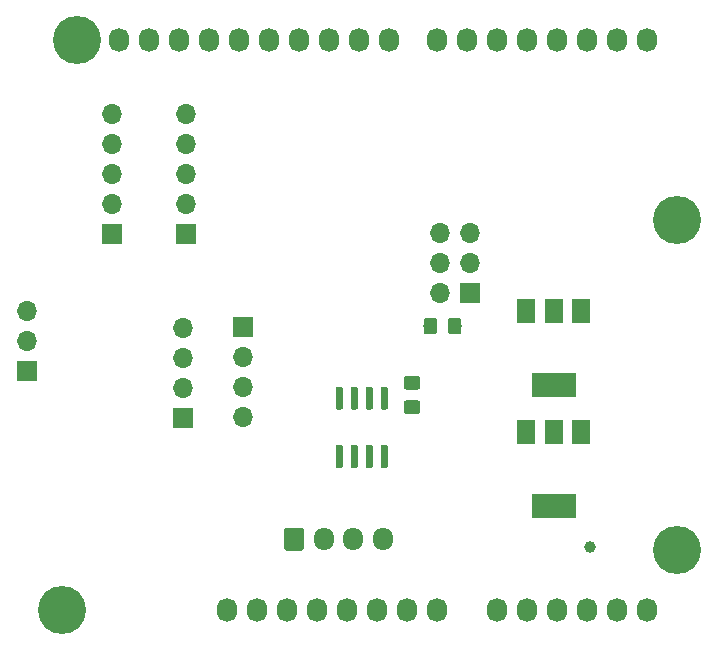
<source format=gbr>
G04 #@! TF.GenerationSoftware,KiCad,Pcbnew,(5.1.4)-1*
G04 #@! TF.CreationDate,2020-03-24T16:39:45-06:00*
G04 #@! TF.ProjectId,Laser_Stripe_Sensor,4c617365-725f-4537-9472-6970655f5365,rev?*
G04 #@! TF.SameCoordinates,Original*
G04 #@! TF.FileFunction,Soldermask,Bot*
G04 #@! TF.FilePolarity,Negative*
%FSLAX46Y46*%
G04 Gerber Fmt 4.6, Leading zero omitted, Abs format (unit mm)*
G04 Created by KiCad (PCBNEW (5.1.4)-1) date 2020-03-24 16:39:45*
%MOMM*%
%LPD*%
G04 APERTURE LIST*
%ADD10O,1.700000X1.700000*%
%ADD11R,1.700000X1.700000*%
%ADD12O,1.700000X1.950000*%
%ADD13C,0.100000*%
%ADD14C,1.700000*%
%ADD15R,1.500000X2.000000*%
%ADD16R,3.800000X2.000000*%
%ADD17C,0.600000*%
%ADD18C,1.000000*%
%ADD19C,1.150000*%
%ADD20C,4.064000*%
%ADD21O,1.727200X2.032000*%
G04 APERTURE END LIST*
D10*
X135229600Y-99974400D03*
X135229600Y-102514400D03*
X135229600Y-105054400D03*
D11*
X135229600Y-107594400D03*
D12*
X152146000Y-117856000D03*
X149646000Y-117856000D03*
X147146000Y-117856000D03*
D13*
G36*
X145270504Y-116882204D02*
G01*
X145294773Y-116885804D01*
X145318571Y-116891765D01*
X145341671Y-116900030D01*
X145363849Y-116910520D01*
X145384893Y-116923133D01*
X145404598Y-116937747D01*
X145422777Y-116954223D01*
X145439253Y-116972402D01*
X145453867Y-116992107D01*
X145466480Y-117013151D01*
X145476970Y-117035329D01*
X145485235Y-117058429D01*
X145491196Y-117082227D01*
X145494796Y-117106496D01*
X145496000Y-117131000D01*
X145496000Y-118581000D01*
X145494796Y-118605504D01*
X145491196Y-118629773D01*
X145485235Y-118653571D01*
X145476970Y-118676671D01*
X145466480Y-118698849D01*
X145453867Y-118719893D01*
X145439253Y-118739598D01*
X145422777Y-118757777D01*
X145404598Y-118774253D01*
X145384893Y-118788867D01*
X145363849Y-118801480D01*
X145341671Y-118811970D01*
X145318571Y-118820235D01*
X145294773Y-118826196D01*
X145270504Y-118829796D01*
X145246000Y-118831000D01*
X144046000Y-118831000D01*
X144021496Y-118829796D01*
X143997227Y-118826196D01*
X143973429Y-118820235D01*
X143950329Y-118811970D01*
X143928151Y-118801480D01*
X143907107Y-118788867D01*
X143887402Y-118774253D01*
X143869223Y-118757777D01*
X143852747Y-118739598D01*
X143838133Y-118719893D01*
X143825520Y-118698849D01*
X143815030Y-118676671D01*
X143806765Y-118653571D01*
X143800804Y-118629773D01*
X143797204Y-118605504D01*
X143796000Y-118581000D01*
X143796000Y-117131000D01*
X143797204Y-117106496D01*
X143800804Y-117082227D01*
X143806765Y-117058429D01*
X143815030Y-117035329D01*
X143825520Y-117013151D01*
X143838133Y-116992107D01*
X143852747Y-116972402D01*
X143869223Y-116954223D01*
X143887402Y-116937747D01*
X143907107Y-116923133D01*
X143928151Y-116910520D01*
X143950329Y-116900030D01*
X143973429Y-116891765D01*
X143997227Y-116885804D01*
X144021496Y-116882204D01*
X144046000Y-116881000D01*
X145246000Y-116881000D01*
X145270504Y-116882204D01*
X145270504Y-116882204D01*
G37*
D14*
X144646000Y-117856000D03*
D15*
X164324000Y-98552000D03*
X168924000Y-98552000D03*
X166624000Y-98552000D03*
D16*
X166624000Y-104852000D03*
D15*
X164324000Y-108762000D03*
X168924000Y-108762000D03*
X166624000Y-108762000D03*
D16*
X166624000Y-115062000D03*
D13*
G36*
X148627703Y-109893722D02*
G01*
X148642264Y-109895882D01*
X148656543Y-109899459D01*
X148670403Y-109904418D01*
X148683710Y-109910712D01*
X148696336Y-109918280D01*
X148708159Y-109927048D01*
X148719066Y-109936934D01*
X148728952Y-109947841D01*
X148737720Y-109959664D01*
X148745288Y-109972290D01*
X148751582Y-109985597D01*
X148756541Y-109999457D01*
X148760118Y-110013736D01*
X148762278Y-110028297D01*
X148763000Y-110043000D01*
X148763000Y-111693000D01*
X148762278Y-111707703D01*
X148760118Y-111722264D01*
X148756541Y-111736543D01*
X148751582Y-111750403D01*
X148745288Y-111763710D01*
X148737720Y-111776336D01*
X148728952Y-111788159D01*
X148719066Y-111799066D01*
X148708159Y-111808952D01*
X148696336Y-111817720D01*
X148683710Y-111825288D01*
X148670403Y-111831582D01*
X148656543Y-111836541D01*
X148642264Y-111840118D01*
X148627703Y-111842278D01*
X148613000Y-111843000D01*
X148313000Y-111843000D01*
X148298297Y-111842278D01*
X148283736Y-111840118D01*
X148269457Y-111836541D01*
X148255597Y-111831582D01*
X148242290Y-111825288D01*
X148229664Y-111817720D01*
X148217841Y-111808952D01*
X148206934Y-111799066D01*
X148197048Y-111788159D01*
X148188280Y-111776336D01*
X148180712Y-111763710D01*
X148174418Y-111750403D01*
X148169459Y-111736543D01*
X148165882Y-111722264D01*
X148163722Y-111707703D01*
X148163000Y-111693000D01*
X148163000Y-110043000D01*
X148163722Y-110028297D01*
X148165882Y-110013736D01*
X148169459Y-109999457D01*
X148174418Y-109985597D01*
X148180712Y-109972290D01*
X148188280Y-109959664D01*
X148197048Y-109947841D01*
X148206934Y-109936934D01*
X148217841Y-109927048D01*
X148229664Y-109918280D01*
X148242290Y-109910712D01*
X148255597Y-109904418D01*
X148269457Y-109899459D01*
X148283736Y-109895882D01*
X148298297Y-109893722D01*
X148313000Y-109893000D01*
X148613000Y-109893000D01*
X148627703Y-109893722D01*
X148627703Y-109893722D01*
G37*
D17*
X148463000Y-110868000D03*
D13*
G36*
X149897703Y-109893722D02*
G01*
X149912264Y-109895882D01*
X149926543Y-109899459D01*
X149940403Y-109904418D01*
X149953710Y-109910712D01*
X149966336Y-109918280D01*
X149978159Y-109927048D01*
X149989066Y-109936934D01*
X149998952Y-109947841D01*
X150007720Y-109959664D01*
X150015288Y-109972290D01*
X150021582Y-109985597D01*
X150026541Y-109999457D01*
X150030118Y-110013736D01*
X150032278Y-110028297D01*
X150033000Y-110043000D01*
X150033000Y-111693000D01*
X150032278Y-111707703D01*
X150030118Y-111722264D01*
X150026541Y-111736543D01*
X150021582Y-111750403D01*
X150015288Y-111763710D01*
X150007720Y-111776336D01*
X149998952Y-111788159D01*
X149989066Y-111799066D01*
X149978159Y-111808952D01*
X149966336Y-111817720D01*
X149953710Y-111825288D01*
X149940403Y-111831582D01*
X149926543Y-111836541D01*
X149912264Y-111840118D01*
X149897703Y-111842278D01*
X149883000Y-111843000D01*
X149583000Y-111843000D01*
X149568297Y-111842278D01*
X149553736Y-111840118D01*
X149539457Y-111836541D01*
X149525597Y-111831582D01*
X149512290Y-111825288D01*
X149499664Y-111817720D01*
X149487841Y-111808952D01*
X149476934Y-111799066D01*
X149467048Y-111788159D01*
X149458280Y-111776336D01*
X149450712Y-111763710D01*
X149444418Y-111750403D01*
X149439459Y-111736543D01*
X149435882Y-111722264D01*
X149433722Y-111707703D01*
X149433000Y-111693000D01*
X149433000Y-110043000D01*
X149433722Y-110028297D01*
X149435882Y-110013736D01*
X149439459Y-109999457D01*
X149444418Y-109985597D01*
X149450712Y-109972290D01*
X149458280Y-109959664D01*
X149467048Y-109947841D01*
X149476934Y-109936934D01*
X149487841Y-109927048D01*
X149499664Y-109918280D01*
X149512290Y-109910712D01*
X149525597Y-109904418D01*
X149539457Y-109899459D01*
X149553736Y-109895882D01*
X149568297Y-109893722D01*
X149583000Y-109893000D01*
X149883000Y-109893000D01*
X149897703Y-109893722D01*
X149897703Y-109893722D01*
G37*
D17*
X149733000Y-110868000D03*
D13*
G36*
X151167703Y-109893722D02*
G01*
X151182264Y-109895882D01*
X151196543Y-109899459D01*
X151210403Y-109904418D01*
X151223710Y-109910712D01*
X151236336Y-109918280D01*
X151248159Y-109927048D01*
X151259066Y-109936934D01*
X151268952Y-109947841D01*
X151277720Y-109959664D01*
X151285288Y-109972290D01*
X151291582Y-109985597D01*
X151296541Y-109999457D01*
X151300118Y-110013736D01*
X151302278Y-110028297D01*
X151303000Y-110043000D01*
X151303000Y-111693000D01*
X151302278Y-111707703D01*
X151300118Y-111722264D01*
X151296541Y-111736543D01*
X151291582Y-111750403D01*
X151285288Y-111763710D01*
X151277720Y-111776336D01*
X151268952Y-111788159D01*
X151259066Y-111799066D01*
X151248159Y-111808952D01*
X151236336Y-111817720D01*
X151223710Y-111825288D01*
X151210403Y-111831582D01*
X151196543Y-111836541D01*
X151182264Y-111840118D01*
X151167703Y-111842278D01*
X151153000Y-111843000D01*
X150853000Y-111843000D01*
X150838297Y-111842278D01*
X150823736Y-111840118D01*
X150809457Y-111836541D01*
X150795597Y-111831582D01*
X150782290Y-111825288D01*
X150769664Y-111817720D01*
X150757841Y-111808952D01*
X150746934Y-111799066D01*
X150737048Y-111788159D01*
X150728280Y-111776336D01*
X150720712Y-111763710D01*
X150714418Y-111750403D01*
X150709459Y-111736543D01*
X150705882Y-111722264D01*
X150703722Y-111707703D01*
X150703000Y-111693000D01*
X150703000Y-110043000D01*
X150703722Y-110028297D01*
X150705882Y-110013736D01*
X150709459Y-109999457D01*
X150714418Y-109985597D01*
X150720712Y-109972290D01*
X150728280Y-109959664D01*
X150737048Y-109947841D01*
X150746934Y-109936934D01*
X150757841Y-109927048D01*
X150769664Y-109918280D01*
X150782290Y-109910712D01*
X150795597Y-109904418D01*
X150809457Y-109899459D01*
X150823736Y-109895882D01*
X150838297Y-109893722D01*
X150853000Y-109893000D01*
X151153000Y-109893000D01*
X151167703Y-109893722D01*
X151167703Y-109893722D01*
G37*
D17*
X151003000Y-110868000D03*
D13*
G36*
X152437703Y-109893722D02*
G01*
X152452264Y-109895882D01*
X152466543Y-109899459D01*
X152480403Y-109904418D01*
X152493710Y-109910712D01*
X152506336Y-109918280D01*
X152518159Y-109927048D01*
X152529066Y-109936934D01*
X152538952Y-109947841D01*
X152547720Y-109959664D01*
X152555288Y-109972290D01*
X152561582Y-109985597D01*
X152566541Y-109999457D01*
X152570118Y-110013736D01*
X152572278Y-110028297D01*
X152573000Y-110043000D01*
X152573000Y-111693000D01*
X152572278Y-111707703D01*
X152570118Y-111722264D01*
X152566541Y-111736543D01*
X152561582Y-111750403D01*
X152555288Y-111763710D01*
X152547720Y-111776336D01*
X152538952Y-111788159D01*
X152529066Y-111799066D01*
X152518159Y-111808952D01*
X152506336Y-111817720D01*
X152493710Y-111825288D01*
X152480403Y-111831582D01*
X152466543Y-111836541D01*
X152452264Y-111840118D01*
X152437703Y-111842278D01*
X152423000Y-111843000D01*
X152123000Y-111843000D01*
X152108297Y-111842278D01*
X152093736Y-111840118D01*
X152079457Y-111836541D01*
X152065597Y-111831582D01*
X152052290Y-111825288D01*
X152039664Y-111817720D01*
X152027841Y-111808952D01*
X152016934Y-111799066D01*
X152007048Y-111788159D01*
X151998280Y-111776336D01*
X151990712Y-111763710D01*
X151984418Y-111750403D01*
X151979459Y-111736543D01*
X151975882Y-111722264D01*
X151973722Y-111707703D01*
X151973000Y-111693000D01*
X151973000Y-110043000D01*
X151973722Y-110028297D01*
X151975882Y-110013736D01*
X151979459Y-109999457D01*
X151984418Y-109985597D01*
X151990712Y-109972290D01*
X151998280Y-109959664D01*
X152007048Y-109947841D01*
X152016934Y-109936934D01*
X152027841Y-109927048D01*
X152039664Y-109918280D01*
X152052290Y-109910712D01*
X152065597Y-109904418D01*
X152079457Y-109899459D01*
X152093736Y-109895882D01*
X152108297Y-109893722D01*
X152123000Y-109893000D01*
X152423000Y-109893000D01*
X152437703Y-109893722D01*
X152437703Y-109893722D01*
G37*
D17*
X152273000Y-110868000D03*
D13*
G36*
X152437703Y-104943722D02*
G01*
X152452264Y-104945882D01*
X152466543Y-104949459D01*
X152480403Y-104954418D01*
X152493710Y-104960712D01*
X152506336Y-104968280D01*
X152518159Y-104977048D01*
X152529066Y-104986934D01*
X152538952Y-104997841D01*
X152547720Y-105009664D01*
X152555288Y-105022290D01*
X152561582Y-105035597D01*
X152566541Y-105049457D01*
X152570118Y-105063736D01*
X152572278Y-105078297D01*
X152573000Y-105093000D01*
X152573000Y-106743000D01*
X152572278Y-106757703D01*
X152570118Y-106772264D01*
X152566541Y-106786543D01*
X152561582Y-106800403D01*
X152555288Y-106813710D01*
X152547720Y-106826336D01*
X152538952Y-106838159D01*
X152529066Y-106849066D01*
X152518159Y-106858952D01*
X152506336Y-106867720D01*
X152493710Y-106875288D01*
X152480403Y-106881582D01*
X152466543Y-106886541D01*
X152452264Y-106890118D01*
X152437703Y-106892278D01*
X152423000Y-106893000D01*
X152123000Y-106893000D01*
X152108297Y-106892278D01*
X152093736Y-106890118D01*
X152079457Y-106886541D01*
X152065597Y-106881582D01*
X152052290Y-106875288D01*
X152039664Y-106867720D01*
X152027841Y-106858952D01*
X152016934Y-106849066D01*
X152007048Y-106838159D01*
X151998280Y-106826336D01*
X151990712Y-106813710D01*
X151984418Y-106800403D01*
X151979459Y-106786543D01*
X151975882Y-106772264D01*
X151973722Y-106757703D01*
X151973000Y-106743000D01*
X151973000Y-105093000D01*
X151973722Y-105078297D01*
X151975882Y-105063736D01*
X151979459Y-105049457D01*
X151984418Y-105035597D01*
X151990712Y-105022290D01*
X151998280Y-105009664D01*
X152007048Y-104997841D01*
X152016934Y-104986934D01*
X152027841Y-104977048D01*
X152039664Y-104968280D01*
X152052290Y-104960712D01*
X152065597Y-104954418D01*
X152079457Y-104949459D01*
X152093736Y-104945882D01*
X152108297Y-104943722D01*
X152123000Y-104943000D01*
X152423000Y-104943000D01*
X152437703Y-104943722D01*
X152437703Y-104943722D01*
G37*
D17*
X152273000Y-105918000D03*
D13*
G36*
X151167703Y-104943722D02*
G01*
X151182264Y-104945882D01*
X151196543Y-104949459D01*
X151210403Y-104954418D01*
X151223710Y-104960712D01*
X151236336Y-104968280D01*
X151248159Y-104977048D01*
X151259066Y-104986934D01*
X151268952Y-104997841D01*
X151277720Y-105009664D01*
X151285288Y-105022290D01*
X151291582Y-105035597D01*
X151296541Y-105049457D01*
X151300118Y-105063736D01*
X151302278Y-105078297D01*
X151303000Y-105093000D01*
X151303000Y-106743000D01*
X151302278Y-106757703D01*
X151300118Y-106772264D01*
X151296541Y-106786543D01*
X151291582Y-106800403D01*
X151285288Y-106813710D01*
X151277720Y-106826336D01*
X151268952Y-106838159D01*
X151259066Y-106849066D01*
X151248159Y-106858952D01*
X151236336Y-106867720D01*
X151223710Y-106875288D01*
X151210403Y-106881582D01*
X151196543Y-106886541D01*
X151182264Y-106890118D01*
X151167703Y-106892278D01*
X151153000Y-106893000D01*
X150853000Y-106893000D01*
X150838297Y-106892278D01*
X150823736Y-106890118D01*
X150809457Y-106886541D01*
X150795597Y-106881582D01*
X150782290Y-106875288D01*
X150769664Y-106867720D01*
X150757841Y-106858952D01*
X150746934Y-106849066D01*
X150737048Y-106838159D01*
X150728280Y-106826336D01*
X150720712Y-106813710D01*
X150714418Y-106800403D01*
X150709459Y-106786543D01*
X150705882Y-106772264D01*
X150703722Y-106757703D01*
X150703000Y-106743000D01*
X150703000Y-105093000D01*
X150703722Y-105078297D01*
X150705882Y-105063736D01*
X150709459Y-105049457D01*
X150714418Y-105035597D01*
X150720712Y-105022290D01*
X150728280Y-105009664D01*
X150737048Y-104997841D01*
X150746934Y-104986934D01*
X150757841Y-104977048D01*
X150769664Y-104968280D01*
X150782290Y-104960712D01*
X150795597Y-104954418D01*
X150809457Y-104949459D01*
X150823736Y-104945882D01*
X150838297Y-104943722D01*
X150853000Y-104943000D01*
X151153000Y-104943000D01*
X151167703Y-104943722D01*
X151167703Y-104943722D01*
G37*
D17*
X151003000Y-105918000D03*
D13*
G36*
X149897703Y-104943722D02*
G01*
X149912264Y-104945882D01*
X149926543Y-104949459D01*
X149940403Y-104954418D01*
X149953710Y-104960712D01*
X149966336Y-104968280D01*
X149978159Y-104977048D01*
X149989066Y-104986934D01*
X149998952Y-104997841D01*
X150007720Y-105009664D01*
X150015288Y-105022290D01*
X150021582Y-105035597D01*
X150026541Y-105049457D01*
X150030118Y-105063736D01*
X150032278Y-105078297D01*
X150033000Y-105093000D01*
X150033000Y-106743000D01*
X150032278Y-106757703D01*
X150030118Y-106772264D01*
X150026541Y-106786543D01*
X150021582Y-106800403D01*
X150015288Y-106813710D01*
X150007720Y-106826336D01*
X149998952Y-106838159D01*
X149989066Y-106849066D01*
X149978159Y-106858952D01*
X149966336Y-106867720D01*
X149953710Y-106875288D01*
X149940403Y-106881582D01*
X149926543Y-106886541D01*
X149912264Y-106890118D01*
X149897703Y-106892278D01*
X149883000Y-106893000D01*
X149583000Y-106893000D01*
X149568297Y-106892278D01*
X149553736Y-106890118D01*
X149539457Y-106886541D01*
X149525597Y-106881582D01*
X149512290Y-106875288D01*
X149499664Y-106867720D01*
X149487841Y-106858952D01*
X149476934Y-106849066D01*
X149467048Y-106838159D01*
X149458280Y-106826336D01*
X149450712Y-106813710D01*
X149444418Y-106800403D01*
X149439459Y-106786543D01*
X149435882Y-106772264D01*
X149433722Y-106757703D01*
X149433000Y-106743000D01*
X149433000Y-105093000D01*
X149433722Y-105078297D01*
X149435882Y-105063736D01*
X149439459Y-105049457D01*
X149444418Y-105035597D01*
X149450712Y-105022290D01*
X149458280Y-105009664D01*
X149467048Y-104997841D01*
X149476934Y-104986934D01*
X149487841Y-104977048D01*
X149499664Y-104968280D01*
X149512290Y-104960712D01*
X149525597Y-104954418D01*
X149539457Y-104949459D01*
X149553736Y-104945882D01*
X149568297Y-104943722D01*
X149583000Y-104943000D01*
X149883000Y-104943000D01*
X149897703Y-104943722D01*
X149897703Y-104943722D01*
G37*
D17*
X149733000Y-105918000D03*
D13*
G36*
X148627703Y-104943722D02*
G01*
X148642264Y-104945882D01*
X148656543Y-104949459D01*
X148670403Y-104954418D01*
X148683710Y-104960712D01*
X148696336Y-104968280D01*
X148708159Y-104977048D01*
X148719066Y-104986934D01*
X148728952Y-104997841D01*
X148737720Y-105009664D01*
X148745288Y-105022290D01*
X148751582Y-105035597D01*
X148756541Y-105049457D01*
X148760118Y-105063736D01*
X148762278Y-105078297D01*
X148763000Y-105093000D01*
X148763000Y-106743000D01*
X148762278Y-106757703D01*
X148760118Y-106772264D01*
X148756541Y-106786543D01*
X148751582Y-106800403D01*
X148745288Y-106813710D01*
X148737720Y-106826336D01*
X148728952Y-106838159D01*
X148719066Y-106849066D01*
X148708159Y-106858952D01*
X148696336Y-106867720D01*
X148683710Y-106875288D01*
X148670403Y-106881582D01*
X148656543Y-106886541D01*
X148642264Y-106890118D01*
X148627703Y-106892278D01*
X148613000Y-106893000D01*
X148313000Y-106893000D01*
X148298297Y-106892278D01*
X148283736Y-106890118D01*
X148269457Y-106886541D01*
X148255597Y-106881582D01*
X148242290Y-106875288D01*
X148229664Y-106867720D01*
X148217841Y-106858952D01*
X148206934Y-106849066D01*
X148197048Y-106838159D01*
X148188280Y-106826336D01*
X148180712Y-106813710D01*
X148174418Y-106800403D01*
X148169459Y-106786543D01*
X148165882Y-106772264D01*
X148163722Y-106757703D01*
X148163000Y-106743000D01*
X148163000Y-105093000D01*
X148163722Y-105078297D01*
X148165882Y-105063736D01*
X148169459Y-105049457D01*
X148174418Y-105035597D01*
X148180712Y-105022290D01*
X148188280Y-105009664D01*
X148197048Y-104997841D01*
X148206934Y-104986934D01*
X148217841Y-104977048D01*
X148229664Y-104968280D01*
X148242290Y-104960712D01*
X148255597Y-104954418D01*
X148269457Y-104949459D01*
X148283736Y-104945882D01*
X148298297Y-104943722D01*
X148313000Y-104943000D01*
X148613000Y-104943000D01*
X148627703Y-104943722D01*
X148627703Y-104943722D01*
G37*
D17*
X148463000Y-105918000D03*
D18*
X169672000Y-118516400D03*
D13*
G36*
X158591505Y-99123204D02*
G01*
X158615773Y-99126804D01*
X158639572Y-99132765D01*
X158662671Y-99141030D01*
X158684850Y-99151520D01*
X158705893Y-99164132D01*
X158725599Y-99178747D01*
X158743777Y-99195223D01*
X158760253Y-99213401D01*
X158774868Y-99233107D01*
X158787480Y-99254150D01*
X158797970Y-99276329D01*
X158806235Y-99299428D01*
X158812196Y-99323227D01*
X158815796Y-99347495D01*
X158817000Y-99371999D01*
X158817000Y-100272001D01*
X158815796Y-100296505D01*
X158812196Y-100320773D01*
X158806235Y-100344572D01*
X158797970Y-100367671D01*
X158787480Y-100389850D01*
X158774868Y-100410893D01*
X158760253Y-100430599D01*
X158743777Y-100448777D01*
X158725599Y-100465253D01*
X158705893Y-100479868D01*
X158684850Y-100492480D01*
X158662671Y-100502970D01*
X158639572Y-100511235D01*
X158615773Y-100517196D01*
X158591505Y-100520796D01*
X158567001Y-100522000D01*
X157916999Y-100522000D01*
X157892495Y-100520796D01*
X157868227Y-100517196D01*
X157844428Y-100511235D01*
X157821329Y-100502970D01*
X157799150Y-100492480D01*
X157778107Y-100479868D01*
X157758401Y-100465253D01*
X157740223Y-100448777D01*
X157723747Y-100430599D01*
X157709132Y-100410893D01*
X157696520Y-100389850D01*
X157686030Y-100367671D01*
X157677765Y-100344572D01*
X157671804Y-100320773D01*
X157668204Y-100296505D01*
X157667000Y-100272001D01*
X157667000Y-99371999D01*
X157668204Y-99347495D01*
X157671804Y-99323227D01*
X157677765Y-99299428D01*
X157686030Y-99276329D01*
X157696520Y-99254150D01*
X157709132Y-99233107D01*
X157723747Y-99213401D01*
X157740223Y-99195223D01*
X157758401Y-99178747D01*
X157778107Y-99164132D01*
X157799150Y-99151520D01*
X157821329Y-99141030D01*
X157844428Y-99132765D01*
X157868227Y-99126804D01*
X157892495Y-99123204D01*
X157916999Y-99122000D01*
X158567001Y-99122000D01*
X158591505Y-99123204D01*
X158591505Y-99123204D01*
G37*
D19*
X158242000Y-99822000D03*
D13*
G36*
X156541505Y-99123204D02*
G01*
X156565773Y-99126804D01*
X156589572Y-99132765D01*
X156612671Y-99141030D01*
X156634850Y-99151520D01*
X156655893Y-99164132D01*
X156675599Y-99178747D01*
X156693777Y-99195223D01*
X156710253Y-99213401D01*
X156724868Y-99233107D01*
X156737480Y-99254150D01*
X156747970Y-99276329D01*
X156756235Y-99299428D01*
X156762196Y-99323227D01*
X156765796Y-99347495D01*
X156767000Y-99371999D01*
X156767000Y-100272001D01*
X156765796Y-100296505D01*
X156762196Y-100320773D01*
X156756235Y-100344572D01*
X156747970Y-100367671D01*
X156737480Y-100389850D01*
X156724868Y-100410893D01*
X156710253Y-100430599D01*
X156693777Y-100448777D01*
X156675599Y-100465253D01*
X156655893Y-100479868D01*
X156634850Y-100492480D01*
X156612671Y-100502970D01*
X156589572Y-100511235D01*
X156565773Y-100517196D01*
X156541505Y-100520796D01*
X156517001Y-100522000D01*
X155866999Y-100522000D01*
X155842495Y-100520796D01*
X155818227Y-100517196D01*
X155794428Y-100511235D01*
X155771329Y-100502970D01*
X155749150Y-100492480D01*
X155728107Y-100479868D01*
X155708401Y-100465253D01*
X155690223Y-100448777D01*
X155673747Y-100430599D01*
X155659132Y-100410893D01*
X155646520Y-100389850D01*
X155636030Y-100367671D01*
X155627765Y-100344572D01*
X155621804Y-100320773D01*
X155618204Y-100296505D01*
X155617000Y-100272001D01*
X155617000Y-99371999D01*
X155618204Y-99347495D01*
X155621804Y-99323227D01*
X155627765Y-99299428D01*
X155636030Y-99276329D01*
X155646520Y-99254150D01*
X155659132Y-99233107D01*
X155673747Y-99213401D01*
X155690223Y-99195223D01*
X155708401Y-99178747D01*
X155728107Y-99164132D01*
X155749150Y-99151520D01*
X155771329Y-99141030D01*
X155794428Y-99132765D01*
X155818227Y-99126804D01*
X155842495Y-99123204D01*
X155866999Y-99122000D01*
X156517001Y-99122000D01*
X156541505Y-99123204D01*
X156541505Y-99123204D01*
G37*
D19*
X156192000Y-99822000D03*
D10*
X122047000Y-98577400D03*
X122047000Y-101117400D03*
D11*
X122047000Y-103657400D03*
D10*
X140335000Y-107518200D03*
X140335000Y-104978200D03*
X140335000Y-102438200D03*
D11*
X140335000Y-99898200D03*
D10*
X129260600Y-81838800D03*
X129260600Y-84378800D03*
X129260600Y-86918800D03*
X129260600Y-89458800D03*
D11*
X129260600Y-91998800D03*
D10*
X135483600Y-81864200D03*
X135483600Y-84404200D03*
X135483600Y-86944200D03*
X135483600Y-89484200D03*
D11*
X135483600Y-92024200D03*
D10*
X156972000Y-91948000D03*
X159512000Y-91948000D03*
X156972000Y-94488000D03*
X159512000Y-94488000D03*
X156972000Y-97028000D03*
D11*
X159512000Y-97028000D03*
D13*
G36*
X155109705Y-104056204D02*
G01*
X155133973Y-104059804D01*
X155157772Y-104065765D01*
X155180871Y-104074030D01*
X155203050Y-104084520D01*
X155224093Y-104097132D01*
X155243799Y-104111747D01*
X155261977Y-104128223D01*
X155278453Y-104146401D01*
X155293068Y-104166107D01*
X155305680Y-104187150D01*
X155316170Y-104209329D01*
X155324435Y-104232428D01*
X155330396Y-104256227D01*
X155333996Y-104280495D01*
X155335200Y-104304999D01*
X155335200Y-104955001D01*
X155333996Y-104979505D01*
X155330396Y-105003773D01*
X155324435Y-105027572D01*
X155316170Y-105050671D01*
X155305680Y-105072850D01*
X155293068Y-105093893D01*
X155278453Y-105113599D01*
X155261977Y-105131777D01*
X155243799Y-105148253D01*
X155224093Y-105162868D01*
X155203050Y-105175480D01*
X155180871Y-105185970D01*
X155157772Y-105194235D01*
X155133973Y-105200196D01*
X155109705Y-105203796D01*
X155085201Y-105205000D01*
X154185199Y-105205000D01*
X154160695Y-105203796D01*
X154136427Y-105200196D01*
X154112628Y-105194235D01*
X154089529Y-105185970D01*
X154067350Y-105175480D01*
X154046307Y-105162868D01*
X154026601Y-105148253D01*
X154008423Y-105131777D01*
X153991947Y-105113599D01*
X153977332Y-105093893D01*
X153964720Y-105072850D01*
X153954230Y-105050671D01*
X153945965Y-105027572D01*
X153940004Y-105003773D01*
X153936404Y-104979505D01*
X153935200Y-104955001D01*
X153935200Y-104304999D01*
X153936404Y-104280495D01*
X153940004Y-104256227D01*
X153945965Y-104232428D01*
X153954230Y-104209329D01*
X153964720Y-104187150D01*
X153977332Y-104166107D01*
X153991947Y-104146401D01*
X154008423Y-104128223D01*
X154026601Y-104111747D01*
X154046307Y-104097132D01*
X154067350Y-104084520D01*
X154089529Y-104074030D01*
X154112628Y-104065765D01*
X154136427Y-104059804D01*
X154160695Y-104056204D01*
X154185199Y-104055000D01*
X155085201Y-104055000D01*
X155109705Y-104056204D01*
X155109705Y-104056204D01*
G37*
D19*
X154635200Y-104630000D03*
D13*
G36*
X155109705Y-106106204D02*
G01*
X155133973Y-106109804D01*
X155157772Y-106115765D01*
X155180871Y-106124030D01*
X155203050Y-106134520D01*
X155224093Y-106147132D01*
X155243799Y-106161747D01*
X155261977Y-106178223D01*
X155278453Y-106196401D01*
X155293068Y-106216107D01*
X155305680Y-106237150D01*
X155316170Y-106259329D01*
X155324435Y-106282428D01*
X155330396Y-106306227D01*
X155333996Y-106330495D01*
X155335200Y-106354999D01*
X155335200Y-107005001D01*
X155333996Y-107029505D01*
X155330396Y-107053773D01*
X155324435Y-107077572D01*
X155316170Y-107100671D01*
X155305680Y-107122850D01*
X155293068Y-107143893D01*
X155278453Y-107163599D01*
X155261977Y-107181777D01*
X155243799Y-107198253D01*
X155224093Y-107212868D01*
X155203050Y-107225480D01*
X155180871Y-107235970D01*
X155157772Y-107244235D01*
X155133973Y-107250196D01*
X155109705Y-107253796D01*
X155085201Y-107255000D01*
X154185199Y-107255000D01*
X154160695Y-107253796D01*
X154136427Y-107250196D01*
X154112628Y-107244235D01*
X154089529Y-107235970D01*
X154067350Y-107225480D01*
X154046307Y-107212868D01*
X154026601Y-107198253D01*
X154008423Y-107181777D01*
X153991947Y-107163599D01*
X153977332Y-107143893D01*
X153964720Y-107122850D01*
X153954230Y-107100671D01*
X153945965Y-107077572D01*
X153940004Y-107053773D01*
X153936404Y-107029505D01*
X153935200Y-107005001D01*
X153935200Y-106354999D01*
X153936404Y-106330495D01*
X153940004Y-106306227D01*
X153945965Y-106282428D01*
X153954230Y-106259329D01*
X153964720Y-106237150D01*
X153977332Y-106216107D01*
X153991947Y-106196401D01*
X154008423Y-106178223D01*
X154026601Y-106161747D01*
X154046307Y-106147132D01*
X154067350Y-106134520D01*
X154089529Y-106124030D01*
X154112628Y-106115765D01*
X154136427Y-106109804D01*
X154160695Y-106106204D01*
X154185199Y-106105000D01*
X155085201Y-106105000D01*
X155109705Y-106106204D01*
X155109705Y-106106204D01*
G37*
D19*
X154635200Y-106680000D03*
D20*
X124968000Y-123825000D03*
X177038000Y-118745000D03*
X126238000Y-75565000D03*
X177038000Y-90805000D03*
D21*
X138938000Y-123825000D03*
X141478000Y-123825000D03*
X144018000Y-123825000D03*
X146558000Y-123825000D03*
X149098000Y-123825000D03*
X151638000Y-123825000D03*
X154178000Y-123825000D03*
X156718000Y-123825000D03*
X161798000Y-123825000D03*
X164338000Y-123825000D03*
X166878000Y-123825000D03*
X169418000Y-123825000D03*
X171958000Y-123825000D03*
X174498000Y-123825000D03*
X129794000Y-75565000D03*
X132334000Y-75565000D03*
X134874000Y-75565000D03*
X137414000Y-75565000D03*
X139954000Y-75565000D03*
X142494000Y-75565000D03*
X145034000Y-75565000D03*
X147574000Y-75565000D03*
X150114000Y-75565000D03*
X152654000Y-75565000D03*
X156718000Y-75565000D03*
X159258000Y-75565000D03*
X161798000Y-75565000D03*
X164338000Y-75565000D03*
X166878000Y-75565000D03*
X169418000Y-75565000D03*
X171958000Y-75565000D03*
X174498000Y-75565000D03*
M02*

</source>
